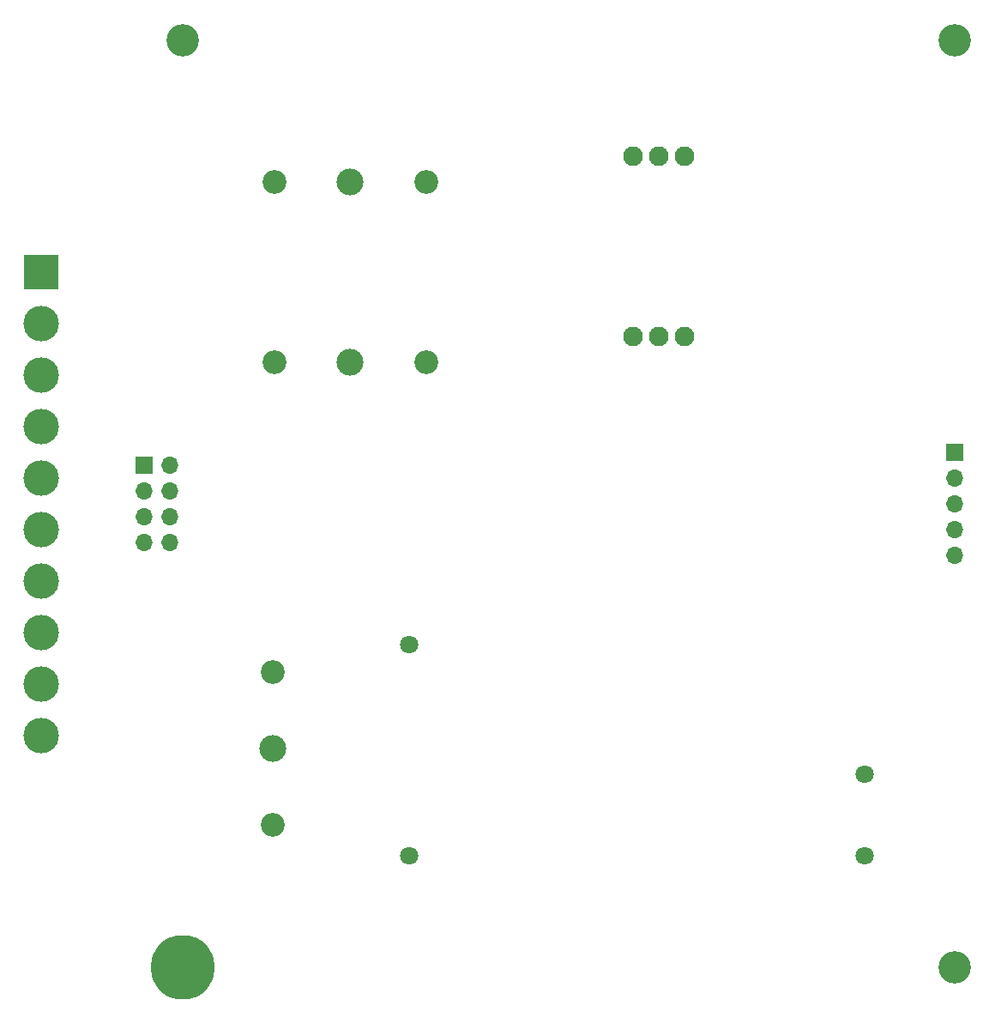
<source format=gbr>
%TF.GenerationSoftware,KiCad,Pcbnew,8.0.3-8.0.3-0~ubuntu22.04.1*%
%TF.CreationDate,2024-08-09T14:04:43+03:00*%
%TF.ProjectId,PM-PS,504d2d50-532e-46b6-9963-61645f706362,rev?*%
%TF.SameCoordinates,Original*%
%TF.FileFunction,Soldermask,Bot*%
%TF.FilePolarity,Negative*%
%FSLAX46Y46*%
G04 Gerber Fmt 4.6, Leading zero omitted, Abs format (unit mm)*
G04 Created by KiCad (PCBNEW 8.0.3-8.0.3-0~ubuntu22.04.1) date 2024-08-09 14:04:43*
%MOMM*%
%LPD*%
G01*
G04 APERTURE LIST*
%ADD10C,1.950000*%
%ADD11C,3.200000*%
%ADD12C,1.803400*%
%ADD13C,2.650000*%
%ADD14C,2.350000*%
%ADD15R,1.700000X1.700000*%
%ADD16O,1.700000X1.700000*%
%ADD17R,3.500000X3.500000*%
%ADD18C,3.500000*%
%ADD19O,6.350000X6.350000*%
G04 APERTURE END LIST*
D10*
%TO.C,J5*%
X88900000Y-83820000D03*
X91440000Y-83820000D03*
X93980000Y-83820000D03*
%TD*%
D11*
%TO.C,H3*%
X120650000Y-146050000D03*
%TD*%
D12*
%TO.C,U1*%
X111760000Y-135000000D03*
X111760000Y-127000001D03*
X66759988Y-114200001D03*
X66759988Y-135000000D03*
%TD*%
D13*
%TO.C,U3*%
X60960000Y-86360000D03*
D14*
X53460000Y-86360000D03*
X68460000Y-86360000D03*
%TD*%
D15*
%TO.C,J2*%
X120650000Y-95250000D03*
D16*
X120650000Y-97790000D03*
X120650000Y-100330000D03*
X120650000Y-102870000D03*
X120650000Y-105410000D03*
%TD*%
D13*
%TO.C,U4*%
X53340000Y-124460000D03*
D14*
X53340000Y-131960000D03*
X53340000Y-116960000D03*
%TD*%
D11*
%TO.C,H1*%
X44450000Y-54610000D03*
%TD*%
D17*
%TO.C,J3*%
X30480000Y-77470000D03*
D18*
X30480000Y-82550000D03*
X30480000Y-87630000D03*
X30480000Y-92710000D03*
X30480000Y-97790000D03*
X30480000Y-102870000D03*
X30480000Y-107950000D03*
X30480000Y-113030000D03*
X30480000Y-118110000D03*
X30480000Y-123190000D03*
%TD*%
D15*
%TO.C,J1*%
X40640000Y-96520000D03*
D16*
X43180000Y-96520000D03*
X40640000Y-99060000D03*
X43180000Y-99060000D03*
X40640000Y-101600000D03*
X43180000Y-101600000D03*
X40640000Y-104140000D03*
X43180000Y-104140000D03*
%TD*%
D13*
%TO.C,U2*%
X60960000Y-68580000D03*
D14*
X53460000Y-68580000D03*
X68460000Y-68580000D03*
%TD*%
D19*
%TO.C,PE1*%
X44450000Y-146050000D03*
%TD*%
D10*
%TO.C,J4*%
X88900000Y-66040000D03*
X91440000Y-66040000D03*
X93980000Y-66040000D03*
%TD*%
D11*
%TO.C,H2*%
X120650000Y-54610000D03*
%TD*%
M02*

</source>
